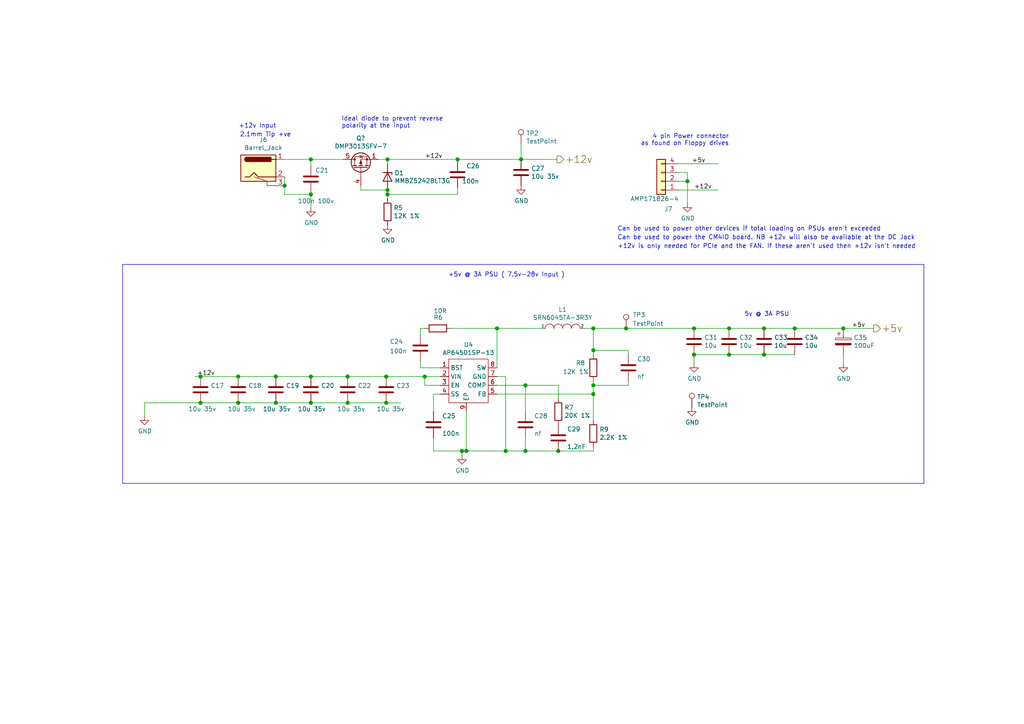
<source format=kicad_sch>
(kicad_sch (version 20250114) (generator "eeschema") (generator_version "9.0")
  (paper "A4")
  (lib_symbols
    (symbol "CM4IO:AP64351"
      (property "Reference" "U" (at 0 8.89 0))
      (property "Value" "AP64351" (at 1.27 6.35 0))
      (symbol "AP64351_0_1"
        (rectangle (start -5.08 5.08) (end 6.35 -7.62))
      )
      (symbol "AP64351_1_1"
        (pin passive line (at -7.62 2.54 0) (length 2.54) (name "BST") (number "1"))
        (pin power_in line (at -7.62 0 0) (length 2.54) (name "VIN") (number "2"))
        (pin input line (at -7.62 -2.54 0) (length 2.54) (name "EN") (number "3"))
        (pin input line (at -7.62 -5.08 0) (length 2.54) (name "SS") (number "4"))
        (pin passive line (at 0 -10.16 90) (length 2.54) (name "EP") (number "9"))
        (pin output line (at 8.89 2.54 180) (length 2.54) (name "SW") (number "8"))
        (pin power_in line (at 8.89 0 180) (length 2.54) (name "GND") (number "7"))
        (pin input line (at 8.89 -2.54 180) (length 2.54) (name "COMP") (number "6"))
        (pin input line (at 8.89 -5.08 180) (length 2.54) (name "FB") (number "5"))
      )
    )
    (symbol "CM4IO:Barrel_Jack"
      (property "Reference" "J" (at 0 5.334 0))
      (property "Value" "Barrel_Jack" (at 0 -5.08 0))
      (symbol "Barrel_Jack_0_1"
        (rectangle (start -5.08 3.81) (end 5.08 -3.81) (stroke (width 0.254)) (fill (type background)))
        (polyline (pts (xy -3.81 -2.54) (xy -2.54 -2.54) (xy -1.27 -1.27) (xy 0 -2.54) (xy 2.54 -2.54) (xy 5.08 -2.54)) (stroke (width 0.254)))
        (arc (start -3.302 1.905) (mid -3.9342 2.54) (end -3.302 3.175) (stroke (width 0.254)))
        (arc (start -3.302 1.905) (mid -3.9342 2.54) (end -3.302 3.175) (stroke (width 0.254)) (fill (type outline)))
        (rectangle (start 3.683 3.175) (end -3.302 1.905) (stroke (width 0.254)) (fill (type outline)))
        (polyline (pts (xy 5.08 2.54) (xy 3.81 2.54)) (stroke (width 0.254)))
        (polyline (pts (xy 5.08 -5.08) (xy 2.54 -5.08) (xy 2.54 -3.81) (xy -1.27 -2.54)))
      )
      (symbol "Barrel_Jack_1_1"
        (pin passive line (at 7.62 2.54 180) (length 2.54) (name "~") (number "1"))
        (pin passive line (at 7.62 -2.54 180) (length 2.54) (name "~") (number "2"))
        (pin passive line (at 7.62 -5.08 180) (length 2.54) (name "~") (number "3"))
      )
    )
    (symbol "Connector:TestPoint" (pin_numbers (hide yes)) (pin_names (offset 0.762) (hide yes))
      (property "Reference" "TP" (at 0 6.858 0))
      (property "Value" "TestPoint" (at 0 5.08 0))
      (symbol "TestPoint_0_1"
        (circle (center 0 3.302) (radius 0.762))
      )
      (symbol "TestPoint_1_1"
        (pin passive line (at 0 0 90) (length 2.54) (name "1") (number "1"))
      )
    )
    (symbol "Connector_Generic:Conn_01x04" (pin_names (hide yes))
      (property "Reference" "J" (at 0 5.08 0))
      (property "Value" "Conn_01x04" (at 0 -7.62 0))
      (symbol "Conn_01x04_1_1"
        (rectangle (start -1.27 3.81) (end 1.27 -6.35) (stroke (width 0.254)) (fill (type background)))
        (rectangle (start -1.27 2.667) (end 0 2.413))
        (rectangle (start -1.27 0.127) (end 0 -0.127))
        (rectangle (start -1.27 -2.413) (end 0 -2.667))
        (rectangle (start -1.27 -4.953) (end 0 -5.207))
        (pin passive line (at -5.08 2.54 0) (length 3.81) (name "Pin_1") (number "1"))
        (pin passive line (at -5.08 0 0) (length 3.81) (name "Pin_2") (number "2"))
        (pin passive line (at -5.08 -2.54 0) (length 3.81) (name "Pin_3") (number "3"))
        (pin passive line (at -5.08 -5.08 0) (length 3.81) (name "Pin_4") (number "4"))
      )
    )
    (symbol "Device:C" (pin_numbers (hide yes)) (pin_names (offset 0.254))
      (property "Reference" "C" (at 0.635 2.54 0))
      (property "Value" "C" (at 0.635 -2.54 0))
      (symbol "C_0_1"
        (polyline (pts (xy -2.032 0.762) (xy 2.032 0.762)) (stroke (width 0.508)))
        (polyline (pts (xy -2.032 -0.762) (xy 2.032 -0.762)) (stroke (width 0.508)))
      )
      (symbol "C_1_1"
        (pin passive line (at 0 3.81 270) (length 2.794) (name "~") (number "1"))
        (pin passive line (at 0 -3.81 90) (length 2.794) (name "~") (number "2"))
      )
    )
    (symbol "Device:CP" (pin_numbers (hide yes)) (pin_names (offset 0.254))
      (property "Reference" "C" (at 0.635 2.54 0))
      (property "Value" "CP" (at 0.635 -2.54 0))
      (symbol "CP_0_1"
        (rectangle (start -2.286 0.508) (end 2.286 1.016))
        (polyline (pts (xy -1.778 2.286) (xy -0.762 2.286)))
        (polyline (pts (xy -1.27 2.794) (xy -1.27 1.778)))
        (rectangle (start 2.286 -0.508) (end -2.286 -1.016) (fill (type outline)))
      )
      (symbol "CP_1_1"
        (pin passive line (at 0 3.81 270) (length 2.794) (name "~") (number "1"))
        (pin passive line (at 0 -3.81 90) (length 2.794) (name "~") (number "2"))
      )
    )
    (symbol "Device:R" (pin_numbers (hide yes)) (pin_names (offset 0))
      (property "Reference" "R" (at 2.032 0 90))
      (property "Value" "R" (at 0 0 90))
      (symbol "R_0_1"
        (rectangle (start -1.016 -2.54) (end 1.016 2.54) (stroke (width 0.254)))
      )
      (symbol "R_1_1"
        (pin passive line (at 0 3.81 270) (length 1.27) (name "~") (number "1"))
        (pin passive line (at 0 -3.81 90) (length 1.27) (name "~") (number "2"))
      )
    )
    (symbol "Diode:BZX84Cxx" (pin_numbers (hide yes)) (pin_names (hide yes))
      (property "Reference" "D" (at 0 2.54 0))
      (property "Value" "BZX84Cxx" (at 0 -2.54 0))
      (symbol "BZX84Cxx_0_1"
        (polyline (pts (xy -1.27 -1.27) (xy -1.27 1.27) (xy -0.762 1.27)) (stroke (width 0.254)))
        (polyline (pts (xy 1.27 0) (xy -1.27 0)))
        (polyline (pts (xy 1.27 -1.27) (xy 1.27 1.27) (xy -1.27 0) (xy 1.27 -1.27)) (stroke (width 0.254)))
      )
      (symbol "BZX84Cxx_1_1"
        (pin passive line (at -3.81 0 0) (length 2.54) (name "K") (number "1"))
        (pin passive line (at 3.81 0 180) (length 2.54) (name "A") (number "2"))
      )
    )
    (symbol "Transistor_FET:DMP3013SFV" (pin_names (hide yes))
      (property "Reference" "Q" (at 5.08 1.905 0))
      (property "Value" "DMP3013SFV" (at 5.08 0 0))
      (symbol "DMP3013SFV_0_1"
        (polyline (pts (xy 0.254 1.905) (xy 0.254 -1.905)) (stroke (width 0.254)))
        (polyline (pts (xy 0.254 0) (xy -2.54 0)))
        (polyline (pts (xy 0.762 2.286) (xy 0.762 1.27)) (stroke (width 0.254)))
        (polyline (pts (xy 0.762 1.778) (xy 3.302 1.778) (xy 3.302 -1.778) (xy 0.762 -1.778)))
        (polyline (pts (xy 0.762 0.508) (xy 0.762 -0.508)) (stroke (width 0.254)))
        (polyline (pts (xy 0.762 -1.27) (xy 0.762 -2.286)) (stroke (width 0.254)))
        (circle (center 1.651 0) (radius 2.794) (stroke (width 0.254)))
        (polyline (pts (xy 2.286 0) (xy 1.27 0.381) (xy 1.27 -0.381) (xy 2.286 0)) (fill (type outline)))
        (polyline (pts (xy 2.54 2.54) (xy 2.54 1.778)))
        (circle (center 2.54 1.778) (radius 0.254) (fill (type outline)))
        (circle (center 2.54 -1.778) (radius 0.254) (fill (type outline)))
        (polyline (pts (xy 2.54 -2.54) (xy 2.54 0) (xy 0.762 0)))
        (polyline (pts (xy 2.794 -0.508) (xy 2.921 -0.381) (xy 3.683 -0.381) (xy 3.81 -0.254)))
        (polyline (pts (xy 3.302 -0.381) (xy 2.921 0.254) (xy 3.683 0.254) (xy 3.302 -0.381)))
      )
      (symbol "DMP3013SFV_1_1"
        (pin passive line (at -5.08 0 0) (length 2.54) (name "G") (number "4"))
        (pin passive line (at 2.54 5.08 270) (length 2.54) (name "D") (number "5"))
        (pin passive line (at 2.54 -5.08 90) (length 2.54) (name "S") (number "1"))
        (pin passive line (at 2.54 -5.08 90) (length 2.54) (hide yes) (name "S") (number "2"))
        (pin passive line (at 2.54 -5.08 90) (length 2.54) (hide yes) (name "S") (number "3"))
      )
    )
    (symbol "power:GND" (power) (pin_names (offset 0))
      (property "Value" "GND" (at 0 -3.81 0))
      (symbol "GND_0_1"
        (polyline (pts (xy 0 0) (xy 0 -1.27) (xy 1.27 -1.27) (xy 0 -2.54) (xy -1.27 -1.27) (xy 0 -1.27)))
      )
      (symbol "GND_1_1"
        (pin power_in line (at 0 0 270) (length 0) (hide yes) (name "GND") (number "1"))
      )
    )
    (symbol "pspice:INDUCTOR" (pin_numbers (hide yes)) (pin_names (offset 0))
      (property "Reference" "L" (at 0 2.54 0))
      (property "Value" "INDUCTOR" (at 0 -1.27 0))
      (symbol "INDUCTOR_0_1"
        (arc (start -5.08 0) (mid -3.81 1.2645) (end -2.54 0))
        (arc (start -2.54 0) (mid -1.27 1.2645) (end 0 0))
        (arc (start 0 0) (mid 1.27 1.2645) (end 2.54 0))
        (arc (start 2.54 0) (mid 3.81 1.2645) (end 5.08 0))
      )
      (symbol "INDUCTOR_1_1"
        (pin input line (at -6.35 0 0) (length 1.27) (name "1") (number "1"))
        (pin input line (at 6.35 0 180) (length 1.27) (name "2") (number "2"))
      )
    )
  )
  (text "4 pin Power connector\nas found on Floppy drives" (at 211.455 42.418 0) (effects (font (size 1.27 1.27)) (justify right bottom)))
  (text "Can be used to power the CM4IO board. NB +12v will also be available at the DC Jack" (at 179.07 69.723 0) (effects (font (size 1.27 1.27)) (justify left bottom)))
  (text "2.1mm Tip +ve" (at 84.455 39.878 0) (effects (font (size 1.27 1.27)) (justify right bottom)))
  (text "Can be used to power other devices if total loading on PSUs aren't exceeded" (at 179.07 67.183 0) (effects (font (size 1.27 1.27)) (justify left bottom)))
  (text "+12v Input" (at 69.215 37.338 0) (effects (font (size 1.27 1.27)) (justify left bottom)))
  (text "Ideal diode to prevent reverse\npolarity at the input" (at 99.06 37.338 0) (effects (font (size 1.27 1.27)) (justify left bottom)))
  (text "+5v @ 3A PSU ( 7.5v-28v Input )" (at 163.83 80.518 0) (effects (font (size 1.27 1.27)) (justify right bottom)))
  (text "+12v is only needed for PCIe and the FAN. If these aren't used then +12v isn't needed" (at 179.07 72.263 0) (effects (font (size 1.27 1.27)) (justify left bottom)))
  (text "5v @ 3A PSU\n" (at 215.9 91.948 0) (effects (font (size 1.27 1.27)) (justify left bottom)))
  (junction (at 161.925 130.81) (diameter 1.016))
  (junction (at 58.166 116.84) (diameter 1.016))
  (junction (at 90.17 116.84) (diameter 1.016))
  (junction (at 112.395 55.118) (diameter 1.016))
  (junction (at 172.085 114.3) (diameter 1.016))
  (junction (at 146.685 130.81) (diameter 1.016))
  (junction (at 80.01 109.22) (diameter 1.016))
  (junction (at 221.615 102.87) (diameter 1.016))
  (junction (at 90.17 109.22) (diameter 1.016))
  (junction (at 199.39 52.578) (diameter 1.016))
  (junction (at 230.505 95.25) (diameter 1.016))
  (junction (at 135.255 130.81) (diameter 1.016))
  (junction (at 112.395 56.388) (diameter 1.016))
  (junction (at 144.145 95.25) (diameter 1.016))
  (junction (at 211.455 95.25) (diameter 1.016))
  (junction (at 152.4 111.76) (diameter 1.016))
  (junction (at 69.088 109.22) (diameter 1.016))
  (junction (at 90.17 46.228) (diameter 1.016))
  (junction (at 221.615 95.25) (diameter 1.016))
  (junction (at 123.19 109.22) (diameter 1.016))
  (junction (at 82.55 53.848) (diameter 1.016))
  (junction (at 211.455 102.87) (diameter 1.016))
  (junction (at 100.838 109.22) (diameter 1.016))
  (junction (at 152.4 130.81) (diameter 1.016))
  (junction (at 133.985 130.81) (diameter 1.016))
  (junction (at 112.014 109.22) (diameter 1.016))
  (junction (at 58.166 109.22) (diameter 1.016))
  (junction (at 201.295 95.25) (diameter 1.016))
  (junction (at 80.01 116.84) (diameter 1.016))
  (junction (at 100.838 116.84) (diameter 1.016))
  (junction (at 172.085 111.76) (diameter 1.016))
  (junction (at 244.602 95.25) (diameter 1.016))
  (junction (at 132.715 46.228) (diameter 1.016))
  (junction (at 112.395 46.228) (diameter 1.016))
  (junction (at 90.17 56.388) (diameter 1.016))
  (junction (at 112.014 116.84) (diameter 1.016))
  (junction (at 172.085 95.25) (diameter 1.016))
  (junction (at 69.088 116.84) (diameter 1.016))
  (junction (at 201.295 102.87) (diameter 1.016))
  (junction (at 172.085 101.6) (diameter 1.016))
  (junction (at 181.61 95.25) (diameter 1.016))
  (junction (at 151.13 46.228) (diameter 1.016))
  (wire (pts (xy 56.515 109.22) (xy 58.166 109.22)))
  (wire (pts (xy 230.505 95.25) (xy 244.602 95.25)))
  (wire (pts (xy 135.255 119.38) (xy 135.255 130.81)))
  (wire (pts (xy 196.85 47.498) (xy 208.28 47.498)))
  (wire (pts (xy 109.728 46.228) (xy 112.395 46.228)))
  (wire (pts (xy 144.145 109.22) (xy 146.685 109.22)))
  (wire (pts (xy 199.39 50.038) (xy 199.39 52.578)))
  (wire (pts (xy 152.4 130.81) (xy 161.925 130.81)))
  (wire (pts (xy 151.13 41.656) (xy 151.13 46.228)))
  (polyline (pts (xy 267.97 140.208) (xy 35.56 140.208)) (stroke (width 0) (type solid)))
  (wire (pts (xy 41.91 116.84) (xy 58.166 116.84)))
  (wire (pts (xy 161.925 130.81) (xy 172.085 130.81)))
  (wire (pts (xy 172.085 101.6) (xy 182.245 101.6)))
  (wire (pts (xy 58.166 116.84) (xy 69.088 116.84)))
  (wire (pts (xy 201.295 102.87) (xy 201.295 105.41)))
  (wire (pts (xy 123.19 109.22) (xy 127.635 109.22)))
  (wire (pts (xy 132.715 56.388) (xy 132.715 54.483)))
  (wire (pts (xy 125.73 127) (xy 125.73 130.81)))
  (wire (pts (xy 82.55 53.848) (xy 82.55 51.308)))
  (wire (pts (xy 146.685 130.81) (xy 152.4 130.81)))
  (wire (pts (xy 130.81 95.25) (xy 144.145 95.25)))
  (wire (pts (xy 112.395 56.388) (xy 112.395 57.658)))
  (wire (pts (xy 69.088 116.84) (xy 80.01 116.84)))
  (wire (pts (xy 172.085 95.25) (xy 181.61 95.25)))
  (wire (pts (xy 123.19 111.76) (xy 127.635 111.76)))
  (wire (pts (xy 169.545 95.25) (xy 172.085 95.25)))
  (wire (pts (xy 90.17 56.388) (xy 90.17 60.198)))
  (wire (pts (xy 151.13 46.228) (xy 161.544 46.228)))
  (wire (pts (xy 125.73 130.81) (xy 133.985 130.81)))
  (wire (pts (xy 112.395 46.228) (xy 112.395 47.498)))
  (wire (pts (xy 144.145 111.76) (xy 152.4 111.76)))
  (wire (pts (xy 69.088 109.22) (xy 80.01 109.22)))
  (wire (pts (xy 112.395 55.118) (xy 112.395 56.388)))
  (wire (pts (xy 199.39 52.578) (xy 199.39 58.928)))
  (wire (pts (xy 230.505 102.87) (xy 221.615 102.87)))
  (wire (pts (xy 80.01 109.22) (xy 90.17 109.22)))
  (wire (pts (xy 121.92 95.25) (xy 123.19 95.25)))
  (wire (pts (xy 82.55 46.228) (xy 90.17 46.228)))
  (wire (pts (xy 196.85 55.118) (xy 208.28 55.118)))
  (wire (pts (xy 211.455 102.87) (xy 201.295 102.87)))
  (wire (pts (xy 58.166 109.22) (xy 69.088 109.22)))
  (wire (pts (xy 82.55 56.388) (xy 82.55 53.848)))
  (wire (pts (xy 172.085 101.6) (xy 172.085 102.87)))
  (wire (pts (xy 90.17 46.228) (xy 99.568 46.228)))
  (wire (pts (xy 112.395 46.228) (xy 132.715 46.228)))
  (wire (pts (xy 121.92 104.775) (xy 121.92 106.68)))
  (wire (pts (xy 172.085 114.3) (xy 172.085 121.92)))
  (wire (pts (xy 196.85 52.578) (xy 199.39 52.578)))
  (wire (pts (xy 172.085 110.49) (xy 172.085 111.76)))
  (wire (pts (xy 172.085 111.76) (xy 182.245 111.76)))
  (wire (pts (xy 112.395 56.388) (xy 132.715 56.388)))
  (wire (pts (xy 221.615 95.25) (xy 230.505 95.25)))
  (wire (pts (xy 211.455 95.25) (xy 221.615 95.25)))
  (wire (pts (xy 144.145 114.3) (xy 172.085 114.3)))
  (wire (pts (xy 82.55 56.388) (xy 90.17 56.388)))
  (wire (pts (xy 123.19 109.22) (xy 123.19 111.76)))
  (wire (pts (xy 221.615 102.87) (xy 211.455 102.87)))
  (wire (pts (xy 181.61 95.25) (xy 201.295 95.25)))
  (wire (pts (xy 172.085 95.25) (xy 172.085 101.6)))
  (wire (pts (xy 152.4 111.76) (xy 152.4 119.38)))
  (wire (pts (xy 90.17 116.84) (xy 100.838 116.84)))
  (wire (pts (xy 121.92 97.155) (xy 121.92 95.25)))
  (wire (pts (xy 244.602 102.87) (xy 244.602 105.41)))
  (wire (pts (xy 152.4 127) (xy 152.4 130.81)))
  (wire (pts (xy 146.685 109.22) (xy 146.685 130.81)))
  (wire (pts (xy 244.602 95.25) (xy 253.365 95.25)))
  (wire (pts (xy 112.014 116.84) (xy 116.205 116.84)))
  (wire (pts (xy 41.91 116.84) (xy 41.91 120.65)))
  (polyline (pts (xy 267.97 76.708) (xy 267.97 140.208)) (stroke (width 0) (type solid)))
  (wire (pts (xy 144.145 95.25) (xy 156.845 95.25)))
  (polyline (pts (xy 35.56 76.708) (xy 35.56 140.208)) (stroke (width 0) (type solid)))
  (wire (pts (xy 135.255 130.81) (xy 146.685 130.81)))
  (wire (pts (xy 100.838 109.22) (xy 112.014 109.22)))
  (wire (pts (xy 152.4 111.76) (xy 161.925 111.76)))
  (wire (pts (xy 172.085 130.81) (xy 172.085 129.54)))
  (wire (pts (xy 201.295 95.25) (xy 211.455 95.25)))
  (wire (pts (xy 90.17 109.22) (xy 100.838 109.22)))
  (wire (pts (xy 182.245 101.6) (xy 182.245 102.87)))
  (wire (pts (xy 144.145 95.25) (xy 144.145 106.68)))
  (wire (pts (xy 90.17 46.228) (xy 90.17 48.133)))
  (wire (pts (xy 104.648 55.118) (xy 112.395 55.118)))
  (wire (pts (xy 133.985 130.81) (xy 135.255 130.81)))
  (wire (pts (xy 125.73 114.3) (xy 125.73 119.38)))
  (wire (pts (xy 100.838 116.84) (xy 112.014 116.84)))
  (wire (pts (xy 80.01 116.84) (xy 90.17 116.84)))
  (wire (pts (xy 112.014 109.22) (xy 123.19 109.22)))
  (wire (pts (xy 132.715 46.228) (xy 151.13 46.228)))
  (wire (pts (xy 127.635 114.3) (xy 125.73 114.3)))
  (wire (pts (xy 132.715 46.228) (xy 132.715 46.863)))
  (wire (pts (xy 161.925 115.57) (xy 161.925 111.76)))
  (wire (pts (xy 133.985 132.08) (xy 133.985 130.81)))
  (wire (pts (xy 196.85 50.038) (xy 199.39 50.038)))
  (wire (pts (xy 182.245 111.76) (xy 182.245 110.49)))
  (wire (pts (xy 90.17 55.753) (xy 90.17 56.388)))
  (wire (pts (xy 104.648 53.848) (xy 104.648 55.118)))
  (polyline (pts (xy 35.56 76.708) (xy 267.97 76.708)) (stroke (width 0) (type solid)))
  (wire (pts (xy 172.085 111.76) (xy 172.085 114.3)))
  (wire (pts (xy 121.92 106.68) (xy 127.635 106.68)))
  (label "+12v" (at 201.295 55.118 0))
  (label "+5v" (at 200.66 47.498 0))
  (label "+5v" (at 247.015 95.25 0))
  (label "+12v" (at 123.19 46.228 0))
  (label "+12v" (at 57.15 109.22 0))
  (hierarchical_label "+5v" (shape output) (at 253.365 95.25 0) (effects (font (size 2.0066 2.0066))))
  (hierarchical_label "+12v" (shape output) (at 161.544 46.228 0) (effects (font (size 2.0066 2.0066))))
  (symbol (lib_id "Transistor_FET:DMP3013SFV") (at 104.648 48.768 90) (unit 1)
    (property "Reference" "Q?" (at 104.648 40.1066 90))
    (property "Value" "DMP3013SFV-7" (at 104.648 42.418 90))
    (property "Footprint" "Package_SON:Diodes_PowerDI3333-8" (effects (hide yes)))
    (property "Datasheet" "https://www.diodes.com/assets/Datasheets/DMP3013SFV.pdf" (effects (hide yes)))
    (property "Field4" "Farnell" (effects (hide yes)))
    (property "Field5" "3405192" (effects (hide yes)))
    (property "Field6" "DMP3013SFV-7" (effects (hide yes)))
    (property "Field7" "Diodes" (effects (hide yes)))
    (property "Part Description" "DMP3013SFV-7 -  Power MOSFET, P Channel, 30 V, 12 A, 0.008 ohm, PowerDI3333, Surface Mount" (effects (hide yes)))
  )
  (symbol (lib_id "Device:C") (at 211.455 99.06 0) (unit 1)
    (property "Reference" "C32" (at 214.376 97.8916 0) (effects (justify left)))
    (property "Value" "10u" (at 214.376 100.203 0) (effects (justify left)))
    (property "Footprint" "Capacitor_SMD:C_0805_2012Metric" (effects (hide yes)))
    (property "Datasheet" "https://search.murata.co.jp/Ceramy/image/img/A01X/G101/ENG/GRM21BR71A106KA73-01.pdf" (effects (hide yes)))
    (property "Field5" "490-14381-1-ND" (effects (hide yes)))
    (property "Field4" "Digikey" (effects (hide yes)))
    (property "Field6" "GRM21BR71A106KA73L" (effects (hide yes)))
    (property "Field7" "Murata" (effects (hide yes)))
    (property "Part Description" "	10uF 10% 10V Ceramic Capacitor X7R 0805 (2012 Metric)" (effects (hide yes)))
    (property "Field8" "111893011" (effects (hide yes)))
  )
  (symbol (lib_id "power:GND") (at 200.66 118.11 0) (unit 1)
    (property "Reference" "#PWR025" (effects (hide yes)))
    (property "Value" "GND" (at 200.787 122.5042 0))
  )
  (symbol (lib_id "power:GND") (at 199.39 58.928 0) (unit 1)
    (property "Reference" "#PWR024" (effects (hide yes)))
    (property "Value" "GND" (at 199.517 63.3222 0))
  )
  (symbol (lib_id "Connector:TestPoint") (at 151.13 41.656 0) (unit 1)
    (property "Reference" "TP2" (at 152.6032 38.6588 0) (effects (justify left)))
    (property "Value" "TestPoint" (at 152.6032 40.9702 0) (effects (justify left)))
    (property "Footprint" "TestPoint:TestPoint_Pad_2.0x2.0mm" (effects (hide yes)))
    (property "Field4" "nf" (effects (hide yes)))
    (property "Field5" "nf" (effects (hide yes)))
    (property "Field6" "nf" (effects (hide yes)))
    (property "Field7" "nf" (effects (hide yes)))
  )
  (symbol (lib_id "CM4IO:Barrel_Jack") (at 74.93 48.768 0) (unit 1)
    (property "Reference" "J6" (at 76.3778 40.513 0))
    (property "Value" "Barrel_Jack" (at 76.3778 42.8244 0))
    (property "Footprint" "CM4IO:BarrelJack_Horizontal" (effects (hide yes)))
    (property "Datasheet" "https://www.toby.co.uk/uploads/publications/842.pdf" (effects (hide yes)))
    (property "Field4" "Toby" (effects (hide yes)))
    (property "Field5" "DC-001-A-2.1mm-R" (effects (hide yes)))
    (property "Part Description" "DC Power Connectors PCB 2.1MM" (effects (hide yes)))
    (property "Field6" "DC-001-A-2.1mm-R" (effects (hide yes)))
    (property "Field7" "Valcon" (effects (hide yes)))
  )
  (symbol (lib_id "Device:C") (at 221.615 99.06 0) (unit 1)
    (property "Reference" "C33" (at 224.536 97.8916 0) (effects (justify left)))
    (property "Value" "10u" (at 224.536 100.203 0) (effects (justify left)))
    (property "Footprint" "Capacitor_SMD:C_0805_2012Metric" (effects (hide yes)))
    (property "Datasheet" "https://search.murata.co.jp/Ceramy/image/img/A01X/G101/ENG/GRM21BR71A106KA73-01.pdf" (effects (hide yes)))
    (property "Field5" "490-14381-1-ND" (effects (hide yes)))
    (property "Field4" "Digikey" (effects (hide yes)))
    (property "Field6" "GRM21BR71A106KA73L" (effects (hide yes)))
    (property "Field7" "Murata" (effects (hide yes)))
    (property "Part Description" "	10uF 10% 10V Ceramic Capacitor X7R 0805 (2012 Metric)" (effects (hide yes)))
    (property "Field8" "111893011" (effects (hide yes)))
  )
  (symbol (lib_id "Device:C") (at 112.014 113.03 0) (unit 1)
    (property "Reference" "C23" (at 114.935 111.8616 0) (effects (justify left)))
    (property "Value" "10u 35v" (at 109.22 118.618 0) (effects (justify left)))
    (property "Footprint" "Capacitor_SMD:C_0805_2012Metric" (effects (hide yes)))
    (property "Datasheet" "https://www.murata.com/en-global/products/productdetail.aspx?partno=GRM21BC8YA106ME11%23" (effects (hide yes)))
    (property "Field5" "490-10505-1-ND" (effects (hide yes)))
    (property "Field4" "Digikey" (effects (hide yes)))
    (property "Field6" "GRM21BC8YA106KE11L " (effects (hide yes)))
    (property "Field7" "Murata" (effects (hide yes)))
    (property "Part Description" "	10uF 10% or 20% 35V Ceramic Capacitor X6S 0805 (2012 Metric)" (effects (hide yes)))
  )
  (symbol (lib_id "Device:C") (at 58.166 113.03 0) (unit 1)
    (property "Reference" "C17" (at 61.087 111.8616 0) (effects (justify left)))
    (property "Value" "10u 35v" (at 54.61 118.618 0) (effects (justify left)))
    (property "Footprint" "Capacitor_SMD:C_0805_2012Metric" (effects (hide yes)))
    (property "Datasheet" "https://www.murata.com/en-global/products/productdetail.aspx?partno=GRM21BC8YA106ME11%23" (effects (hide yes)))
    (property "Field5" "490-10505-1-ND" (effects (hide yes)))
    (property "Field4" "Digikey" (effects (hide yes)))
    (property "Field6" "GRM21BC8YA106KE11L " (effects (hide yes)))
    (property "Field7" "Murata" (effects (hide yes)))
    (property "Part Description" "	10uF 10% or 20% 35V Ceramic Capacitor X6S 0805 (2012 Metric)" (effects (hide yes)))
  )
  (symbol (lib_id "Device:C") (at 201.295 99.06 0) (unit 1)
    (property "Reference" "C31" (at 204.216 97.8916 0) (effects (justify left)))
    (property "Value" "10u" (at 204.216 100.203 0) (effects (justify left)))
    (property "Footprint" "Capacitor_SMD:C_0805_2012Metric" (effects (hide yes)))
    (property "Datasheet" "https://search.murata.co.jp/Ceramy/image/img/A01X/G101/ENG/GRM21BR71A106KA73-01.pdf" (effects (hide yes)))
    (property "Field5" "490-14381-1-ND" (effects (hide yes)))
    (property "Field4" "Digikey" (effects (hide yes)))
    (property "Field6" "GRM21BR71A106KA73L" (effects (hide yes)))
    (property "Field7" "Murata" (effects (hide yes)))
    (property "Part Description" "	10uF 10% 10V Ceramic Capacitor X7R 0805 (2012 Metric)" (effects (hide yes)))
    (property "Field8" "111893011" (effects (hide yes)))
  )
  (symbol (lib_id "Device:C") (at 132.715 50.673 0) (unit 1)
    (property "Reference" "C26" (at 135.255 48.133 0) (effects (justify left)))
    (property "Value" "100n" (at 133.985 52.578 0) (effects (justify left)))
    (property "Footprint" "Capacitor_SMD:C_0402_1005Metric" (effects (hide yes)))
    (property "Datasheet" "https://search.murata.co.jp/Ceramy/image/img/A01X/G101/ENG/GRM155R71C104KA88-01.pdf" (effects (hide yes)))
    (property "Field4" "Farnell" (effects (hide yes)))
    (property "Field5" "2611911" (effects (hide yes)))
    (property "Field6" "RM EMK105 B7104KV-F" (effects (hide yes)))
    (property "Field7" "TAIYO YUDEN EUROPE GMBH" (effects (hide yes)))
    (property "Part Description" "	0.1uF 10% 16V Ceramic Capacitor X7R 0402 (1005 Metric)" (effects (hide yes)))
    (property "Field8" "110091611" (effects (hide yes)))
  )
  (symbol (lib_id "Device:C") (at 151.13 50.038 0) (unit 1)
    (property "Reference" "C27" (at 154.051 48.8696 0) (effects (justify left)))
    (property "Value" "10u 35v" (at 154.051 51.181 0) (effects (justify left)))
    (property "Footprint" "Capacitor_SMD:C_0805_2012Metric" (effects (hide yes)))
    (property "Datasheet" "https://www.murata.com/en-global/products/productdetail.aspx?partno=GRM21BC8YA106ME11%23" (effects (hide yes)))
    (property "Field5" "490-10505-1-ND" (effects (hide yes)))
    (property "Field4" "Digikey" (effects (hide yes)))
    (property "Field6" "GRM21BC8YA106KE11L " (effects (hide yes)))
    (property "Field7" "Murata" (effects (hide yes)))
    (property "Part Description" "	10uF 10% or 20% 35V Ceramic Capacitor X6S 0805 (2012 Metric)" (effects (hide yes)))
  )
  (symbol (lib_id "Device:R") (at 112.395 61.468 0) (unit 1)
    (property "Reference" "R5" (at 114.173 60.2996 0) (effects (justify left)))
    (property "Value" "12K 1%" (at 114.173 62.611 0) (effects (justify left)))
    (property "Footprint" "Resistor_SMD:R_0402_1005Metric" (effects (hide yes)))
    (property "Datasheet" "https://fscdn.rohm.com/en/products/databook/datasheet/passive/resistor/chip_resistor/mcr-e.pdf" (effects (hide yes)))
    (property "Field4" "Farnell" (effects (hide yes)))
    (property "Field5" "9239367" (effects (hide yes)))
    (property "Field7" "Rohm" (effects (hide yes)))
    (property "Field6" "MCR01MZPF1202" (effects (hide yes)))
    (property "Part Description" "Resistor 12K M1005 1% 63mW" (effects (hide yes)))
  )
  (symbol (lib_id "CM4IO:AP64351") (at 135.255 109.22 0) (unit 1)
    (property "Reference" "U4" (at 135.89 99.9744 0))
    (property "Value" "AP64501SP-13" (at 135.89 102.2858 0))
    (property "Footprint" "Package_SO:SOIC-8-1EP_3.9x4.9mm_P1.27mm_EP2.95x4.9mm_Mask2.71x3.4mm_ThermalVias" (effects (hide yes)))
    (property "Datasheet" "https://www.diodes.com/assets/Datasheets/AP64501.pdf" (effects (hide yes)))
    (property "Field4" "Digikey" (effects (hide yes)))
    (property "Field5" "31-AP64501SP-13CT-ND" (effects (hide yes)))
    (property "Field6" "AP64501SP-13" (effects (hide yes)))
    (property "Field7" "Diodes" (effects (hide yes)))
    (property "Part Description" "Buck Switching Regulator IC Positive Adjustable 0.8V 1 Output 5A 8-SOIC (0.154\", 3.90mm Width) Exposed Pad" (effects (hide yes)))
  )
  (symbol (lib_id "Device:C") (at 90.17 113.03 0) (unit 1)
    (property "Reference" "C20" (at 93.091 111.8616 0) (effects (justify left)))
    (property "Value" "10u 35v" (at 86.36 118.618 0) (effects (justify left)))
    (property "Footprint" "Capacitor_SMD:C_0805_2012Metric" (effects (hide yes)))
    (property "Datasheet" "https://www.murata.com/en-global/products/productdetail.aspx?partno=GRM21BC8YA106ME11%23" (effects (hide yes)))
    (property "Field5" "490-10505-1-ND" (effects (hide yes)))
    (property "Field4" "Digikey" (effects (hide yes)))
    (property "Field6" "GRM21BC8YA106KE11L " (effects (hide yes)))
    (property "Field7" "Murata" (effects (hide yes)))
    (property "Part Description" "	10uF 10% or 20% 35V Ceramic Capacitor X6S 0805 (2012 Metric)" (effects (hide yes)))
  )
  (symbol (lib_id "Device:C") (at 161.925 127 0) (unit 1)
    (property "Reference" "C29" (at 164.465 124.46 0) (effects (justify left)))
    (property "Value" "1.2nF" (at 164.465 129.54 0) (effects (justify left)))
    (property "Footprint" "Capacitor_SMD:C_0402_1005Metric" (effects (hide yes)))
    (property "Datasheet" "http://www.farnell.com/datasheets/2734135.pdf?_ga=2.259347658.1738794919.1588350964-1787849031.1568210898&_gac=1.15394434.1588350964.EAIaIQobChMIgrHHs4yT6QIVxevtCh39TA_nEAAYASAAEgK8PfD_BwE" (effects (hide yes)))
    (property "Field4" "Digikey" (effects (hide yes)))
    (property "Field5" "490-16429-1-ND" (effects (hide yes)))
    (property "Field6" "GCM155R71H122KA37D" (effects (hide yes)))
    (property "Field7" "Murata" (effects (hide yes)))
    (property "Part Description" "1200pF 10% 10V Ceramic Capacitor X5R 0402 (1005 Metric)" (effects (hide yes)))
  )
  (symbol (lib_id "pspice:INDUCTOR") (at 163.195 95.25 0) (unit 1)
    (property "Reference" "L1" (at 163.195 89.789 0))
    (property "Value" "SRN6045TA-3R3Y" (at 163.195 92.1004 0))
    (property "Footprint" "Inductor_SMD:L_Bourns_SRN6045TA" (effects (hide yes)))
    (property "Datasheet" "https://www.bourns.com/docs/Product-Datasheets/SRN6045TA.pdf" (effects (hide yes)))
    (property "Field4" "Farnell" (effects (hide yes)))
    (property "Field5" "2616889" (effects (hide yes)))
    (property "Field6" "SRN6045TA-3R3Y" (effects (hide yes)))
    (property "Field7" "Bourns" (effects (hide yes)))
    (property "Part Description" "3.3µH Semi-Shielded Wirewound Inductor 7.8A 21mOhm Nonstandard" (effects (hide yes)))
  )
  (symbol (lib_id "Connector:TestPoint") (at 181.61 95.25 0) (unit 1)
    (property "Reference" "TP3" (at 183.515 91.313 0) (effects (justify left)))
    (property "Value" "TestPoint" (at 183.515 93.853 0) (effects (justify left)))
    (property "Footprint" "TestPoint:TestPoint_Pad_2.0x2.0mm" (effects (hide yes)))
    (property "Field4" "nf" (effects (hide yes)))
    (property "Field5" "nf" (effects (hide yes)))
    (property "Field6" "nf" (effects (hide yes)))
    (property "Field7" "nf" (effects (hide yes)))
  )
  (symbol (lib_id "Device:R") (at 172.085 106.68 0) (unit 1)
    (property "Reference" "R8" (at 167.005 105.283 0) (effects (justify left)))
    (property "Value" "12K 1%" (at 163.195 107.823 0) (effects (justify left)))
    (property "Footprint" "Resistor_SMD:R_0402_1005Metric" (effects (hide yes)))
    (property "Datasheet" "https://fscdn.rohm.com/en/products/databook/datasheet/passive/resistor/chip_resistor/mcr-e.pdf" (effects (hide yes)))
    (property "Field4" "Farnell" (effects (hide yes)))
    (property "Field5" "9239367" (effects (hide yes)))
    (property "Field7" "Rohm" (effects (hide yes)))
    (property "Field6" "MCR01MZPF1202" (effects (hide yes)))
    (property "Part Description" "Resistor 12K M1005 1% 63mW" (effects (hide yes)))
  )
  (symbol (lib_id "Device:C") (at 182.245 106.68 0) (unit 1)
    (property "Reference" "C30" (at 184.785 104.14 0) (effects (justify left)))
    (property "Value" "nf" (at 184.785 109.22 0) (effects (justify left)))
    (property "Footprint" "Capacitor_SMD:C_0402_1005Metric" (effects (hide yes)))
    (property "Datasheet" "http://www.farnell.com/datasheets/2048267.pdf?_ga=2.222777691.1738794919.1588350964-1787849031.1568210898&_gac=1.250356018.1588350964.EAIaIQobChMIgrHHs4yT6QIVxevtCh39TA_nEAAYASAAEgK8PfD_BwE" (effects (hide yes)))
    (property "Field4" "Farnell" (effects (hide yes)))
    (property "Field5" "2666374" (effects (hide yes)))
    (property "Field6" "GRM1555C1H221JA01D" (effects (hide yes)))
    (property "Field7" "Murata" (effects (hide yes)))
    (property "Part Description" "220 pF, 50 V, 0402 [1005 Metric], ± 5%, C0G / NP0/CH, GCM Series" (effects (hide yes)))
  )
  (symbol (lib_id "Device:C") (at 69.088 113.03 0) (unit 1)
    (property "Reference" "C18" (at 72.009 111.8616 0) (effects (justify left)))
    (property "Value" "10u 35v" (at 66.04 118.618 0) (effects (justify left)))
    (property "Footprint" "Capacitor_SMD:C_0805_2012Metric" (effects (hide yes)))
    (property "Datasheet" "https://www.murata.com/en-global/products/productdetail.aspx?partno=GRM21BC8YA106ME11%23" (effects (hide yes)))
    (property "Field5" "490-10505-1-ND" (effects (hide yes)))
    (property "Field4" "Digikey" (effects (hide yes)))
    (property "Field6" "GRM21BC8YA106KE11L " (effects (hide yes)))
    (property "Field7" "Murata" (effects (hide yes)))
    (property "Part Description" "	10uF 10% or 20% 35V Ceramic Capacitor X6S 0805 (2012 Metric)" (effects (hide yes)))
  )
  (symbol (lib_id "power:GND") (at 41.91 120.65 0) (unit 1)
    (property "Reference" "#PWR019" (effects (hide yes)))
    (property "Value" "GND" (at 42.037 125.0442 0))
  )
  (symbol (lib_id "Connector_Generic:Conn_01x04") (at 191.77 52.578 180) (unit 1)
    (property "Reference" "J7" (at 193.8528 60.6298 0))
    (property "Value" "AMP171826-4" (at 189.865 57.658 0))
    (property "Footprint" "171826-4:TE_171826-4" (effects (hide yes)))
    (property "Datasheet" "https://www.te.com/usa-en/product-171826-4.html" (effects (hide yes)))
    (property "Field4" "Farnell" (effects (hide yes)))
    (property "Field5" "	1056115" (effects (hide yes)))
    (property "Field6" "AMP171826-4" (effects (hide yes)))
    (property "Field7" "AMP-TE" (effects (hide yes)))
    (property "Part Description" "Wire-To-Board Connector, Right Angle, 2.54 mm, 4 Contacts, Header, AMP EI Series, Through Hole" (effects (hide yes)))
  )
  (symbol (lib_id "power:GND") (at 151.13 53.848 0) (unit 1)
    (property "Reference" "#PWR023" (effects (hide yes)))
    (property "Value" "GND" (at 151.257 58.2422 0))
  )
  (symbol (lib_id "Device:R") (at 161.925 119.38 0) (unit 1)
    (property "Reference" "R7" (at 163.703 118.2116 0) (effects (justify left)))
    (property "Value" "20K 1%" (at 163.703 120.523 0) (effects (justify left)))
    (property "Footprint" "Resistor_SMD:R_0402_1005Metric" (effects (hide yes)))
    (property "Datasheet" "https://fscdn.rohm.com/en/products/databook/datasheet/passive/resistor/chip_resistor/mcr-e.pdf" (effects (hide yes)))
    (property "Field4" "Farnell" (effects (hide yes)))
    (property "Field5" "2331485" (effects (hide yes)))
    (property "Field7" "KOA EUROPE GMBH" (effects (hide yes)))
    (property "Field6" "RK73H1ETTP2002F" (effects (hide yes)))
    (property "Part Description" "Resistor 20K M1005 1% 63mW" (effects (hide yes)))
  )
  (symbol (lib_id "Device:C") (at 100.838 113.03 0) (unit 1)
    (property "Reference" "C22" (at 103.759 111.8616 0) (effects (justify left)))
    (property "Value" "10u 35v" (at 97.79 118.618 0) (effects (justify left)))
    (property "Footprint" "Capacitor_SMD:C_0805_2012Metric" (effects (hide yes)))
    (property "Datasheet" "https://www.murata.com/en-global/products/productdetail.aspx?partno=GRM21BC8YA106ME11%23" (effects (hide yes)))
    (property "Field5" "490-10505-1-ND" (effects (hide yes)))
    (property "Field4" "Digikey" (effects (hide yes)))
    (property "Field6" "GRM21BC8YA106KE11L " (effects (hide yes)))
    (property "Field7" "Murata" (effects (hide yes)))
    (property "Part Description" "	10uF 10% or 20% 35V Ceramic Capacitor X6S 0805 (2012 Metric)" (effects (hide yes)))
  )
  (symbol (lib_id "power:GND") (at 201.295 105.41 0) (unit 1)
    (property "Reference" "#PWR026" (effects (hide yes)))
    (property "Value" "GND" (at 201.422 109.8042 0))
  )
  (symbol (lib_id "Device:C") (at 152.4 123.19 0) (unit 1)
    (property "Reference" "C28" (at 154.94 120.65 0) (effects (justify left)))
    (property "Value" "nf" (at 154.94 125.73 0) (effects (justify left)))
    (property "Footprint" "Capacitor_SMD:C_0402_1005Metric" (effects (hide yes)))
  )
  (symbol (lib_id "Connector:TestPoint") (at 200.66 118.11 0) (unit 1)
    (property "Reference" "TP4" (at 202.1332 115.1128 0) (effects (justify left)))
    (property "Value" "TestPoint" (at 202.1332 117.4242 0) (effects (justify left)))
    (property "Footprint" "TestPoint:TestPoint_Pad_2.0x2.0mm" (effects (hide yes)))
    (property "Field4" "nf" (effects (hide yes)))
    (property "Field5" "nf" (effects (hide yes)))
    (property "Field6" "nf" (effects (hide yes)))
    (property "Field7" "nf" (effects (hide yes)))
  )
  (symbol (lib_id "power:GND") (at 112.395 65.278 0) (unit 1)
    (property "Reference" "#PWR021" (effects (hide yes)))
    (property "Value" "GND" (at 112.522 69.6722 0))
  )
  (symbol (lib_id "Device:C") (at 121.92 100.965 0) (unit 1)
    (property "Reference" "C24" (at 113.03 99.06 0) (effects (justify left)))
    (property "Value" "100n" (at 113.03 101.854 0) (effects (justify left)))
    (property "Footprint" "Capacitor_SMD:C_0402_1005Metric" (effects (hide yes)))
    (property "Datasheet" "https://search.murata.co.jp/Ceramy/image/img/A01X/G101/ENG/GRM155R71C104KA88-01.pdf" (effects (hide yes)))
    (property "Field4" "Farnell" (effects (hide yes)))
    (property "Field5" "2611911" (effects (hide yes)))
    (property "Field6" "RM EMK105 B7104KV-F" (effects (hide yes)))
    (property "Field7" "TAIYO YUDEN EUROPE GMBH" (effects (hide yes)))
    (property "Part Description" "	0.1uF 10% 16V Ceramic Capacitor X7R 0402 (1005 Metric)" (effects (hide yes)))
    (property "Field8" "110091611" (effects (hide yes)))
  )
  (symbol (lib_id "Device:C") (at 230.505 99.06 0) (unit 1)
    (property "Reference" "C34" (at 233.426 97.8916 0) (effects (justify left)))
    (property "Value" "10u" (at 233.426 100.203 0) (effects (justify left)))
    (property "Footprint" "Capacitor_SMD:C_0805_2012Metric" (effects (hide yes)))
    (property "Datasheet" "https://search.murata.co.jp/Ceramy/image/img/A01X/G101/ENG/GRM21BR71A106KA73-01.pdf" (effects (hide yes)))
    (property "Field5" "490-14381-1-ND" (effects (hide yes)))
    (property "Field4" "Digikey" (effects (hide yes)))
    (property "Field6" "GRM21BR71A106KA73L" (effects (hide yes)))
    (property "Field7" "Murata" (effects (hide yes)))
    (property "Part Description" "	10uF 10% 10V Ceramic Capacitor X7R 0805 (2012 Metric)" (effects (hide yes)))
    (property "Field8" "111893011" (effects (hide yes)))
  )
  (symbol (lib_id "Device:C") (at 90.17 51.943 0) (unit 1)
    (property "Reference" "C21" (at 91.44 49.403 0) (effects (justify left)))
    (property "Value" "100n 100v" (at 86.36 58.293 0) (effects (justify left)))
    (property "Footprint" "Capacitor_SMD:C_0402_1005Metric" (effects (hide yes)))
    (property "Datasheet" "https://psearch.en.murata.com/capacitor/product/GRM155R62A104KE14%23.pdf" (effects (hide yes)))
    (property "Field4" "Farnell" (effects (hide yes)))
    (property "Field5" "2611907" (effects (hide yes)))
    (property "Field6" "GRM155R62A104KE14D" (effects (hide yes)))
    (property "Field7" "Murata" (effects (hide yes)))
    (property "Part Description" "	0.1uF 10% 100V Ceramic Capacitor X5R 0402 (1005 Metric)" (effects (hide yes)))
  )
  (symbol (lib_id "Device:CP") (at 244.602 99.06 0) (unit 1)
    (property "Reference" "C35" (at 247.5992 97.917 0) (effects (justify left)))
    (property "Value" "100uF" (at 247.5992 100.203 0) (effects (justify left)))
    (property "Footprint" "Capacitor_Tantalum_SMD:CP_EIA-7343-31_Kemet-D" (effects (hide yes)))
    (property "Field4" "Mouser" (effects (hide yes)))
    (property "Field5" "667-EEF-CX0J101R" (effects (hide yes)))
    (property "Part Description" "Capacitor, SP-Cap, 100u, 6.3V, 15mR ESR" (effects (hide yes)))
  )
  (symbol (lib_id "power:GND") (at 244.602 105.41 0) (unit 1)
    (property "Reference" "#PWR027" (effects (hide yes)))
    (property "Value" "GND" (at 244.729 109.8042 0))
  )
  (symbol (lib_id "Device:C") (at 80.01 113.03 0) (unit 1)
    (property "Reference" "C19" (at 82.931 111.8616 0) (effects (justify left)))
    (property "Value" "10u 35v" (at 76.2 118.618 0) (effects (justify left)))
    (property "Footprint" "Capacitor_SMD:C_0805_2012Metric" (effects (hide yes)))
    (property "Datasheet" "https://www.murata.com/en-global/products/productdetail.aspx?partno=GRM21BC8YA106ME11%23" (effects (hide yes)))
    (property "Field5" "490-10505-1-ND" (effects (hide yes)))
    (property "Field4" "Digikey" (effects (hide yes)))
    (property "Field6" "GRM21BC8YA106KE11L " (effects (hide yes)))
    (property "Field7" "Murata" (effects (hide yes)))
    (property "Part Description" "	10uF 10% or 20% 35V Ceramic Capacitor X6S 0805 (2012 Metric)" (effects (hide yes)))
  )
  (symbol (lib_id "Device:C") (at 125.73 123.19 0) (unit 1)
    (property "Reference" "C25" (at 128.27 120.65 0) (effects (justify left)))
    (property "Value" "100n" (at 128.27 125.73 0) (effects (justify left)))
    (property "Footprint" "Capacitor_SMD:C_0402_1005Metric" (effects (hide yes)))
    (property "Datasheet" "https://search.murata.co.jp/Ceramy/image/img/A01X/G101/ENG/GRM155R71C104KA88-01.pdf" (effects (hide yes)))
    (property "Field4" "Farnell" (effects (hide yes)))
    (property "Field5" "2611911" (effects (hide yes)))
    (property "Field6" "RM EMK105 B7104KV-F" (effects (hide yes)))
    (property "Field7" "TAIYO YUDEN EUROPE GMBH" (effects (hide yes)))
    (property "Part Description" "	0.1uF 10% 16V Ceramic Capacitor X7R 0402 (1005 Metric)" (effects (hide yes)))
    (property "Field8" "110091611" (effects (hide yes)))
  )
  (symbol (lib_id "Diode:BZX84Cxx") (at 112.395 51.308 270) (unit 1)
    (property "Reference" "D1" (at 114.427 50.165 90) (effects (justify left)))
    (property "Value" "MMBZ5242BLT3G" (at 114.427 52.451 90) (effects (justify left)))
    (property "Footprint" "Diode_SMD:D_SOT-23_ANK" (effects (hide yes)))
    (property "Datasheet" "https://diotec.com/tl_files/diotec/files/pdf/datasheets/bzx84c2v4.pdf" (effects (hide yes)))
    (property "Field4" "Digikey" (effects (hide yes)))
    (property "Field5" "	MMBZ5242BLT3GOSCT-ND" (effects (hide yes)))
    (property "Field6" "MMBZ5242BLT3G" (effects (hide yes)))
    (property "Field7" "Onsemi" (effects (hide yes)))
    (property "Part Description" "	Zener Diode 12V 225mW 5% Surface Mount SOT-23-3 (TO-236)" (effects (hide yes)))
  )
  (symbol (lib_id "power:GND") (at 90.17 60.198 0) (unit 1)
    (property "Reference" "#PWR020" (effects (hide yes)))
    (property "Value" "GND" (at 90.297 64.5922 0))
  )
  (symbol (lib_id "Device:R") (at 127 95.25 270) (unit 1)
    (property "Reference" "R6" (at 125.73 92.075 90) (effects (justify left)))
    (property "Value" "10R" (at 125.73 90.17 90) (effects (justify left)))
    (property "Footprint" "Resistor_SMD:R_0402_1005Metric" (effects (hide yes)))
    (property "Datasheet" "https://fscdn.rohm.com/en/products/databook/datasheet/passive/resistor/chip_resistor/mcr-e.pdf" (effects (hide yes)))
    (property "Field4" "Farnell" (effects (hide yes)))
    (property "Field5" "9238999" (effects (hide yes)))
    (property "Field7" "Yageo" (effects (hide yes)))
    (property "Field6" "RC0402FR-0710RL" (effects (hide yes)))
    (property "Field8" "URES00256" (effects (hide yes)))
    (property "Part Description" "Resistor 10R M1005 1% 63mW" (effects (hide yes)))
  )
  (symbol (lib_id "power:GND") (at 133.985 132.08 0) (unit 1)
    (property "Reference" "#PWR022" (effects (hide yes)))
    (property "Value" "GND" (at 134.112 136.4742 0))
  )
  (symbol (lib_id "Device:R") (at 172.085 125.73 0) (unit 1)
    (property "Reference" "R9" (at 173.863 124.5616 0) (effects (justify left)))
    (property "Value" "2.2K 1%" (at 173.863 126.873 0) (effects (justify left)))
    (property "Footprint" "Resistor_SMD:R_0402_1005Metric" (effects (hide yes)))
    (property "Datasheet" "https://fscdn.rohm.com/en/products/databook/datasheet/passive/resistor/chip_resistor/mcr-e.pdf" (effects (hide yes)))
    (property "Field4" "Farnell" (effects (hide yes)))
    (property "Field5" "9239278" (effects (hide yes)))
    (property "Field6" "RK73G1ETQTP2201D         " (effects (hide yes)))
    (property "Field7" "KOA EUROPE GMBH" (effects (hide yes)))
    (property "Part Description" "Resistor 2.2K M1005 1% 63mW" (effects (hide yes)))
    (property "Field8" "120889581" (effects (hide yes)))
  )
)
</source>
